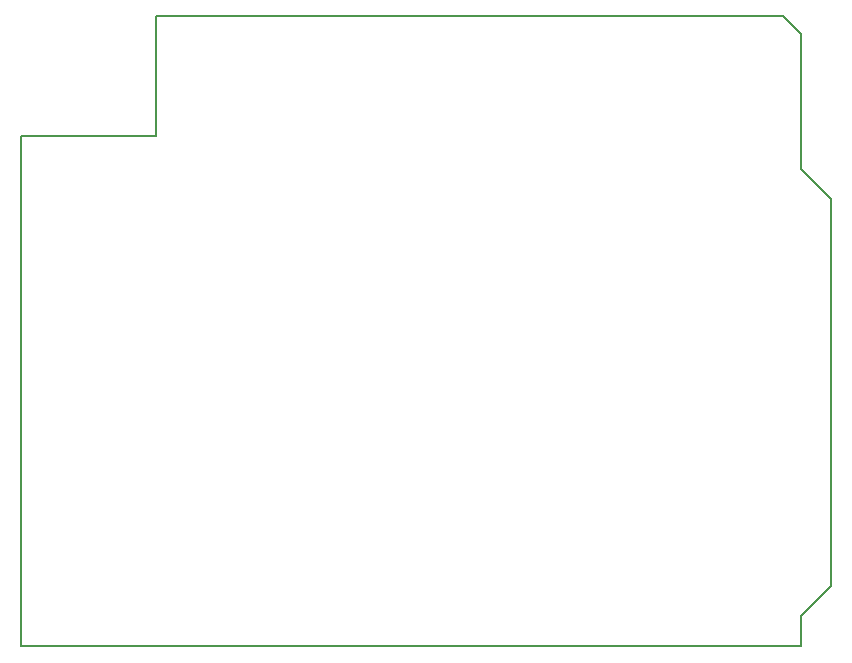
<source format=gbr>
G04 #@! TF.GenerationSoftware,KiCad,Pcbnew,(5.1.2)-1*
G04 #@! TF.CreationDate,2019-05-26T20:18:29+06:00*
G04 #@! TF.ProjectId,HeadcrabShield,48656164-6372-4616-9253-6869656c642e,rev?*
G04 #@! TF.SameCoordinates,Original*
G04 #@! TF.FileFunction,Profile,NP*
%FSLAX46Y46*%
G04 Gerber Fmt 4.6, Leading zero omitted, Abs format (unit mm)*
G04 Created by KiCad (PCBNEW (5.1.2)-1) date 2019-05-26 20:18:29*
%MOMM*%
%LPD*%
G04 APERTURE LIST*
%ADD10C,0.150000*%
G04 APERTURE END LIST*
D10*
X122428000Y-83185000D02*
X122428000Y-73025000D01*
X110998000Y-83185000D02*
X122428000Y-83185000D01*
X177038000Y-74549000D02*
X175514000Y-73025000D01*
X177038000Y-85979000D02*
X177038000Y-74549000D01*
X179578000Y-88519000D02*
X177038000Y-85979000D01*
X179578000Y-121285000D02*
X179578000Y-88519000D01*
X177038000Y-123825000D02*
X179578000Y-121285000D01*
X177038000Y-126365000D02*
X177038000Y-123825000D01*
X110998000Y-126365000D02*
X177038000Y-126365000D01*
X110998000Y-83185000D02*
X110998000Y-126365000D01*
X175514000Y-73025000D02*
X122428000Y-73025000D01*
M02*

</source>
